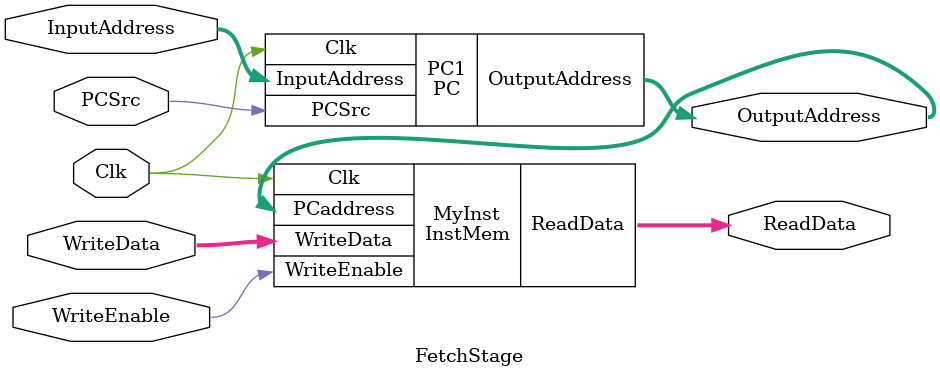
<source format=v>
module PC(Clk,InputAddress,PCSrc,OutputAddress);
input wire Clk;
input wire [31:0]InputAddress;
input wire PCSrc;
output reg [31:0]OutputAddress;

//initial begin InputAddress<=0; end              take care
initial begin OutputAddress<=0; end           
always@(posedge Clk)
begin
if(PCSrc==1) begin OutputAddress<=(InputAddress+4); end
else begin OutputAddress <= OutputAddress + 4; end
end

endmodule 

module InstMem(Clk,PCaddress,WriteData/*From file!*/,ReadData,WriteEnable);

input wire Clk;
input wire[31:0]PCaddress ;
input wire[31:0]WriteData/*From file!*/;
output reg [31:0] ReadData;
parameter MemDepth = (2**8)-1;
reg [31:0] InstrucionMem [0:MemDepth];
input wire  WriteEnable;
integer i;
initial begin 	for(i=0;i<(2**8);i=i+1) begin InstrucionMem[i]<=0; end 
		InstrucionMem[0]  <= 32'b000000_10001_10010_01000_00000_100000;//add $t0, $s0, $s1 ->t0=35
		InstrucionMem[1]  <= 32'b000000_01010_01011_01101_00000100010;//sub $t4,$t2,$t3
		
		//InstrucionMem[2]  <= 32'b000000_10001_10010_01001_00000_100000;//lw $t0, 28($s0) ->t0=47
		//InstrucionMem[1]  <= 32'b000000_01000_01000_01000_00000_100000;//add $t0,$t0,$t0 ->t0=94
		//InstrucionMem[3]  <= 32'b101011_01000_01000_0000000000000000; //sw $t0,0($t0) ->t0=94
		//InstrucionMem[4]  <= 32'b000000_10001_10001_10001_00000_100000; //add $s0,s0,s0 34
		InstrucionMem[5]  <= 32'b100011_01000_10001_0000000000000000; //lw $s0,0($t0) ->s0=94
		//InstrucionMem[6]  <= 32'b000100_10001_10001_00000000_00000010;//beq $s0, $t0, C
		//InstrucionMem[5]  <= 32'b000100_010000_01000_0000000000000010;
		//InstrucionMem[9]  <= 32'b000000_10001_10001_10001_00000_100000;//add s0,s0,s0
		//InstrucionMem[0]  <= 32'b101011_10010_01000_0000000000000000;//sw $t0,0($s1) 
		//InstrucionMem[1]  <= 32'b100011_00000_01000_0000000000010010;//lw $s0, 17(0)
		//
		//InstrucionMem[3]  <= 32'b101011_01000_01000_0000000000000000; //sw $t0,0($t0)
		
end


//always @(posedge Clk) begin if(WriteEnable) begin InstrucionMem[PCaddress>>2] <= WriteData;end end

always @(posedge Clk) begin ReadData <= InstrucionMem[PCaddress>>2];end //Read from InstMem @ negedge

endmodule

module FetchStage(Clk,WriteData,ReadData,WriteEnable,InputAddress,OutputAddress,PCSrc);
input wire Clk;
input wire [31:0]WriteData;
input wire WriteEnable;
output wire [31:0]ReadData;
input wire [31:0]InputAddress;
input wire PCSrc;
output wire [31:0]OutputAddress;
PC PC1(Clk,InputAddress,PCSrc,OutputAddress);
InstMem MyInst(Clk,OutputAddress,WriteData/*From file!*/,ReadData,WriteEnable);
endmodule


</source>
